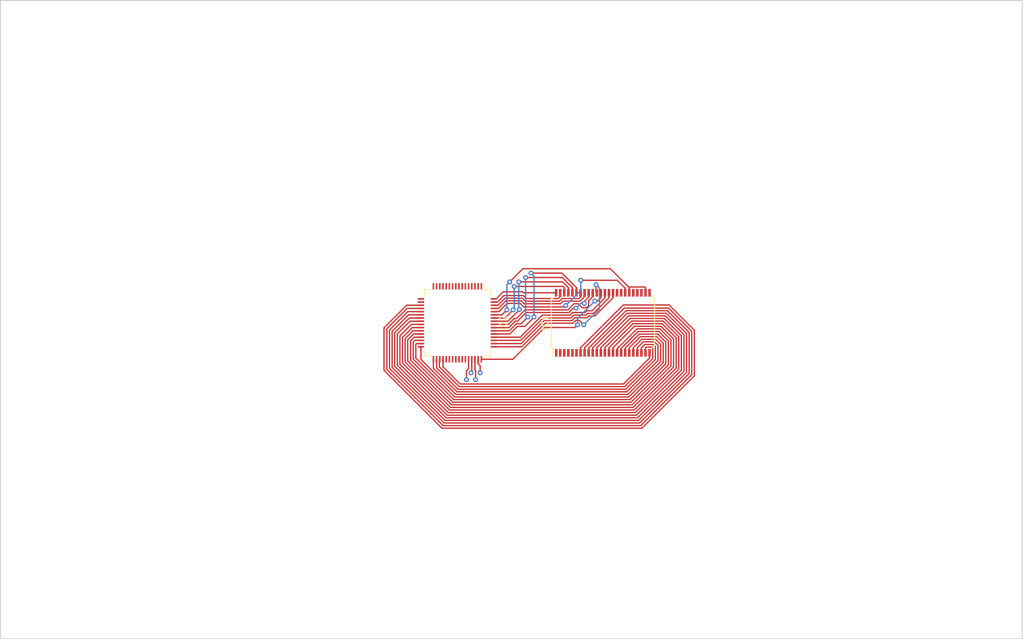
<source format=kicad_pcb>
(kicad_pcb (version 20171130) (host pcbnew 5.0.2-bee76a0~70~ubuntu18.04.1)

  (general
    (thickness 1.6)
    (drawings 8)
    (tracks 418)
    (zones 0)
    (modules 6)
    (nets 68)
  )

  (page A4)
  (layers
    (0 F.Cu signal)
    (1 In1.Cu mixed)
    (2 In2.Cu mixed)
    (31 B.Cu signal)
    (32 B.Adhes user)
    (33 F.Adhes user)
    (34 B.Paste user)
    (35 F.Paste user)
    (36 B.SilkS user)
    (37 F.SilkS user)
    (38 B.Mask user)
    (39 F.Mask user)
    (40 Dwgs.User user)
    (41 Cmts.User user)
    (42 Eco1.User user)
    (43 Eco2.User user)
    (44 Edge.Cuts user)
    (45 Margin user)
    (46 B.CrtYd user)
    (47 F.CrtYd user)
    (48 B.Fab user)
    (49 F.Fab user)
  )

  (setup
    (last_trace_width 0.2032)
    (user_trace_width 0.2032)
    (user_trace_width 0.254)
    (user_trace_width 0.3048)
    (user_trace_width 0.4064)
    (user_trace_width 0.6096)
    (user_trace_width 0.8128)
    (user_trace_width 1.2192)
    (user_trace_width 1.4224)
    (trace_clearance 0.2032)
    (zone_clearance 0.508)
    (zone_45_only no)
    (trace_min 0.2032)
    (segment_width 0.2)
    (edge_width 0.15)
    (via_size 0.762)
    (via_drill 0.381)
    (via_min_size 0.381)
    (via_min_drill 0.254)
    (user_via 0.762 0.254)
    (uvia_size 0.254)
    (uvia_drill 0.1016)
    (uvias_allowed no)
    (uvia_min_size 0.2)
    (uvia_min_drill 0.1)
    (pcb_text_width 0.3)
    (pcb_text_size 1.5 1.5)
    (mod_edge_width 0.15)
    (mod_text_size 1 1)
    (mod_text_width 0.15)
    (pad_size 1.524 1.524)
    (pad_drill 0.762)
    (pad_to_mask_clearance 0.2)
    (solder_mask_min_width 0.25)
    (aux_axis_origin 0 0)
    (grid_origin 55.08 144.93)
    (visible_elements FFFFFFFF)
    (pcbplotparams
      (layerselection 0x00030_ffffffff)
      (usegerberextensions false)
      (usegerberattributes false)
      (usegerberadvancedattributes false)
      (creategerberjobfile false)
      (excludeedgelayer true)
      (linewidth 0.100000)
      (plotframeref false)
      (viasonmask false)
      (mode 1)
      (useauxorigin false)
      (hpglpennumber 1)
      (hpglpenspeed 20)
      (hpglpendiameter 15.000000)
      (psnegative false)
      (psa4output false)
      (plotreference true)
      (plotvalue true)
      (plotinvisibletext false)
      (padsonsilk false)
      (subtractmaskfromsilk false)
      (outputformat 1)
      (mirror false)
      (drillshape 0)
      (scaleselection 1)
      (outputdirectory ""))
  )

  (net 0 "")
  (net 1 "Net-(MK1-Pad1)")
  (net 2 "Net-(MK2-Pad1)")
  (net 3 "Net-(MK3-Pad1)")
  (net 4 "Net-(MK4-Pad1)")
  (net 5 V+)
  (net 6 C12)
  (net 7 S12)
  (net 8 C11)
  (net 9 S11)
  (net 10 C10)
  (net 11 S10)
  (net 12 C9)
  (net 13 S9)
  (net 14 C8)
  (net 15 S8)
  (net 16 C7)
  (net 17 S7)
  (net 18 C6)
  (net 19 S6)
  (net 20 C5)
  (net 21 S5)
  (net 22 C4)
  (net 23 S4)
  (net 24 C3)
  (net 25 S3)
  (net 26 C2)
  (net 27 S2)
  (net 28 C1)
  (net 29 S1)
  (net 30 C0)
  (net 31 GPIO1)
  (net 32 GPIO2)
  (net 33 GPIO3)
  (net 34 V2)
  (net 35 GPIO4)
  (net 36 GPIO5)
  (net 37 VREF2)
  (net 38 VREF1)
  (net 39 DTEN)
  (net 40 VREG)
  (net 41 DRIVE)
  (net 42 WDT)
  (net 43 ISOMD)
  (net 44 ~CSB)
  (net 45 ~SCLK)
  (net 46 ~SDI)
  (net 47 ~SDO)
  (net 48 IBIAS)
  (net 49 ICMP)
  (net 50 IMB)
  (net 51 IPB)
  (net 52 C18)
  (net 53 S18)
  (net 54 C17)
  (net 55 S17)
  (net 56 C16)
  (net 57 S16)
  (net 58 C15)
  (net 59 S15)
  (net 60 C14)
  (net 61 S14)
  (net 62 C13)
  (net 63 S13)
  (net 64 GPIO6)
  (net 65 GPIO7)
  (net 66 GPIO8)
  (net 67 GPIO9)

  (net_class Default "This is the default net class."
    (clearance 0.2032)
    (trace_width 0.2032)
    (via_dia 0.762)
    (via_drill 0.381)
    (uvia_dia 0.254)
    (uvia_drill 0.1016)
    (diff_pair_gap 0.2032)
    (diff_pair_width 0.2032)
    (add_net C0)
    (add_net C1)
    (add_net C10)
    (add_net C11)
    (add_net C12)
    (add_net C13)
    (add_net C14)
    (add_net C15)
    (add_net C16)
    (add_net C17)
    (add_net C18)
    (add_net C2)
    (add_net C3)
    (add_net C4)
    (add_net C5)
    (add_net C6)
    (add_net C7)
    (add_net C8)
    (add_net C9)
    (add_net DRIVE)
    (add_net DTEN)
    (add_net GPIO1)
    (add_net GPIO2)
    (add_net GPIO3)
    (add_net GPIO4)
    (add_net GPIO5)
    (add_net GPIO6)
    (add_net GPIO7)
    (add_net GPIO8)
    (add_net GPIO9)
    (add_net IBIAS)
    (add_net ICMP)
    (add_net IMB)
    (add_net IPB)
    (add_net ISOMD)
    (add_net "Net-(MK1-Pad1)")
    (add_net "Net-(MK2-Pad1)")
    (add_net "Net-(MK3-Pad1)")
    (add_net "Net-(MK4-Pad1)")
    (add_net S1)
    (add_net S10)
    (add_net S11)
    (add_net S12)
    (add_net S13)
    (add_net S14)
    (add_net S15)
    (add_net S16)
    (add_net S17)
    (add_net S18)
    (add_net S2)
    (add_net S3)
    (add_net S4)
    (add_net S5)
    (add_net S6)
    (add_net S7)
    (add_net S8)
    (add_net S9)
    (add_net V+)
    (add_net V2)
    (add_net VREF1)
    (add_net VREF2)
    (add_net VREG)
    (add_net WDT)
    (add_net ~CSB)
    (add_net ~SCLK)
    (add_net ~SDI)
    (add_net ~SDO)
  )

  (module Mounting_Holes:MountingHole_2.7mm (layer F.Cu) (tedit 5A6CF9C5) (tstamp 597559B3)
    (at 58.6 139.45)
    (descr "Mounting Hole 2.7mm, no annular")
    (tags "mounting hole 2.7mm no annular")
    (path /5A6CFFFA)
    (fp_text reference MK3 (at 0 -3.7) (layer F.SilkS) hide
      (effects (font (size 1 1) (thickness 0.15)))
    )
    (fp_text value Mounting_Hole_PAD (at 0 3.7) (layer F.Fab) hide
      (effects (font (size 1 1) (thickness 0.15)))
    )
    (fp_circle (center 0 0) (end 2.7 0) (layer Cmts.User) (width 0.15))
    (fp_circle (center 0 0) (end 2.95 0) (layer F.CrtYd) (width 0.05))
    (pad 1 np_thru_hole circle (at 0 0) (size 2.7 2.7) (drill 2.7) (layers *.Cu *.Mask)
      (net 3 "Net-(MK3-Pad1)"))
  )

  (module Mounting_Holes:MountingHole_2.7mm (layer F.Cu) (tedit 5A6CF9B3) (tstamp 59755B13)
    (at 58.6 50.55)
    (descr "Mounting Hole 2.7mm, no annular")
    (tags "mounting hole 2.7mm no annular")
    (path /5A6CFED2)
    (fp_text reference MK1 (at 0 -3.7) (layer F.SilkS) hide
      (effects (font (size 1 1) (thickness 0.15)))
    )
    (fp_text value Mounting_Hole_PAD (at 0 3.7) (layer F.Fab) hide
      (effects (font (size 1 1) (thickness 0.15)))
    )
    (fp_circle (center 0 0) (end 2.7 0) (layer Cmts.User) (width 0.15))
    (fp_circle (center 0 0) (end 2.95 0) (layer F.CrtYd) (width 0.05))
    (pad 1 np_thru_hole circle (at 0 0) (size 2.7 2.7) (drill 2.7) (layers *.Cu *.Mask)
      (net 1 "Net-(MK1-Pad1)"))
  )

  (module Mounting_Holes:MountingHole_2.7mm (layer F.Cu) (tedit 5A6CF9D1) (tstamp 59755F5D)
    (at 212.24 139.45)
    (descr "Mounting Hole 2.7mm, no annular")
    (tags "mounting hole 2.7mm no annular")
    (path /5A6D003F)
    (fp_text reference MK4 (at 0 -3.7) (layer F.SilkS) hide
      (effects (font (size 1 1) (thickness 0.15)))
    )
    (fp_text value Mounting_Hole_PAD (at 0 3.7) (layer F.Fab) hide
      (effects (font (size 1 1) (thickness 0.15)))
    )
    (fp_circle (center 0 0) (end 2.7 0) (layer Cmts.User) (width 0.15))
    (fp_circle (center 0 0) (end 2.95 0) (layer F.CrtYd) (width 0.05))
    (pad 1 np_thru_hole circle (at 0 0) (size 2.7 2.7) (drill 2.7) (layers *.Cu *.Mask)
      (net 4 "Net-(MK4-Pad1)"))
  )

  (module Mounting_Holes:MountingHole_2.7mm (layer F.Cu) (tedit 5A6CF9BC) (tstamp 59755F56)
    (at 212.24 50.55)
    (descr "Mounting Hole 2.7mm, no annular")
    (tags "mounting hole 2.7mm no annular")
    (path /5A6CFF98)
    (fp_text reference MK2 (at 0 -3.7) (layer F.SilkS) hide
      (effects (font (size 1 1) (thickness 0.15)))
    )
    (fp_text value Mounting_Hole_PAD (at 0 3.7) (layer F.Fab) hide
      (effects (font (size 1 1) (thickness 0.15)))
    )
    (fp_circle (center 0 0) (end 2.7 0) (layer Cmts.User) (width 0.15))
    (fp_circle (center 0 0) (end 2.95 0) (layer F.CrtYd) (width 0.05))
    (pad 1 np_thru_hole circle (at 0 0) (size 2.7 2.7) (drill 2.7) (layers *.Cu *.Mask)
      (net 2 "Net-(MK2-Pad1)"))
  )

  (module Package_SO:SSOP-48_7.5x15.9mm_P0.635mm (layer F.Cu) (tedit 5A02F25C) (tstamp 5D202507)
    (at 149.314 95.5016 90)
    (descr "SSOP48: plastic shrink small outline package; 48 leads; body width 7.5 mm; (see NXP SSOP-TSSOP-VSO-REFLOW.pdf and sot370-1_po.pdf)")
    (tags "SSOP 0.635")
    (path /5D0A9B7F)
    (attr smd)
    (fp_text reference IC1 (at 0 -9 90) (layer F.SilkS)
      (effects (font (size 1 1) (thickness 0.15)))
    )
    (fp_text value LTC6811-1 (at 0 9 90) (layer F.Fab)
      (effects (font (size 1 1) (thickness 0.15)))
    )
    (fp_text user %R (at 0 0 90) (layer F.Fab)
      (effects (font (size 0.8 0.8) (thickness 0.15)))
    )
    (fp_line (start -3.875 -7.825) (end -5.3 -7.825) (layer F.SilkS) (width 0.15))
    (fp_line (start -3.875 8.075) (end 3.875 8.075) (layer F.SilkS) (width 0.15))
    (fp_line (start -3.875 -8.075) (end 3.875 -8.075) (layer F.SilkS) (width 0.15))
    (fp_line (start -3.875 8.075) (end -3.875 7.7275) (layer F.SilkS) (width 0.15))
    (fp_line (start 3.875 8.075) (end 3.875 7.7275) (layer F.SilkS) (width 0.15))
    (fp_line (start 3.875 -8.075) (end 3.875 -7.7275) (layer F.SilkS) (width 0.15))
    (fp_line (start -3.875 -8.075) (end -3.875 -7.825) (layer F.SilkS) (width 0.15))
    (fp_line (start -5.55 8.25) (end 5.55 8.25) (layer F.CrtYd) (width 0.05))
    (fp_line (start -5.55 -8.25) (end 5.55 -8.25) (layer F.CrtYd) (width 0.05))
    (fp_line (start 5.55 -8.25) (end 5.55 8.25) (layer F.CrtYd) (width 0.05))
    (fp_line (start -5.55 -8.25) (end -5.55 8.25) (layer F.CrtYd) (width 0.05))
    (fp_line (start -3.75 -6.95) (end -2.75 -7.95) (layer F.Fab) (width 0.15))
    (fp_line (start -3.75 7.95) (end -3.75 -6.95) (layer F.Fab) (width 0.15))
    (fp_line (start 3.75 7.95) (end -3.75 7.95) (layer F.Fab) (width 0.15))
    (fp_line (start 3.75 -7.95) (end 3.75 7.95) (layer F.Fab) (width 0.15))
    (fp_line (start -2.75 -7.95) (end 3.75 -7.95) (layer F.Fab) (width 0.15))
    (pad 48 smd rect (at 4.7 -7.3025 90) (size 1.2 0.4) (layers F.Cu F.Paste F.Mask)
      (net 51 IPB))
    (pad 47 smd rect (at 4.7 -6.6675 90) (size 1.2 0.4) (layers F.Cu F.Paste F.Mask)
      (net 50 IMB))
    (pad 46 smd rect (at 4.7 -6.0325 90) (size 1.2 0.4) (layers F.Cu F.Paste F.Mask)
      (net 49 ICMP))
    (pad 45 smd rect (at 4.7 -5.3975 90) (size 1.2 0.4) (layers F.Cu F.Paste F.Mask)
      (net 48 IBIAS))
    (pad 44 smd rect (at 4.7 -4.7625 90) (size 1.2 0.4) (layers F.Cu F.Paste F.Mask)
      (net 47 ~SDO))
    (pad 43 smd rect (at 4.7 -4.1275 90) (size 1.2 0.4) (layers F.Cu F.Paste F.Mask)
      (net 46 ~SDI))
    (pad 42 smd rect (at 4.7 -3.4925 90) (size 1.2 0.4) (layers F.Cu F.Paste F.Mask)
      (net 45 ~SCLK))
    (pad 41 smd rect (at 4.7 -2.8575 90) (size 1.2 0.4) (layers F.Cu F.Paste F.Mask)
      (net 44 ~CSB))
    (pad 40 smd rect (at 4.7 -2.2225 90) (size 1.2 0.4) (layers F.Cu F.Paste F.Mask)
      (net 43 ISOMD))
    (pad 39 smd rect (at 4.7 -1.5875 90) (size 1.2 0.4) (layers F.Cu F.Paste F.Mask)
      (net 42 WDT))
    (pad 38 smd rect (at 4.7 -0.9525 90) (size 1.2 0.4) (layers F.Cu F.Paste F.Mask)
      (net 41 DRIVE))
    (pad 37 smd rect (at 4.7 -0.3175 90) (size 1.2 0.4) (layers F.Cu F.Paste F.Mask)
      (net 40 VREG))
    (pad 36 smd rect (at 4.7 0.3175 90) (size 1.2 0.4) (layers F.Cu F.Paste F.Mask)
      (net 39 DTEN))
    (pad 35 smd rect (at 4.7 0.9525 90) (size 1.2 0.4) (layers F.Cu F.Paste F.Mask)
      (net 38 VREF1))
    (pad 34 smd rect (at 4.7 1.5875 90) (size 1.2 0.4) (layers F.Cu F.Paste F.Mask)
      (net 37 VREF2))
    (pad 33 smd rect (at 4.7 2.2225 90) (size 1.2 0.4) (layers F.Cu F.Paste F.Mask)
      (net 36 GPIO5))
    (pad 32 smd rect (at 4.7 2.8575 90) (size 1.2 0.4) (layers F.Cu F.Paste F.Mask)
      (net 35 GPIO4))
    (pad 31 smd rect (at 4.7 3.4925 90) (size 1.2 0.4) (layers F.Cu F.Paste F.Mask)
      (net 34 V2))
    (pad 30 smd rect (at 4.7 4.1275 90) (size 1.2 0.4) (layers F.Cu F.Paste F.Mask)
      (net 30 C0))
    (pad 29 smd rect (at 4.7 4.7625 90) (size 1.2 0.4) (layers F.Cu F.Paste F.Mask)
      (net 33 GPIO3))
    (pad 28 smd rect (at 4.7 5.3975 90) (size 1.2 0.4) (layers F.Cu F.Paste F.Mask)
      (net 32 GPIO2))
    (pad 27 smd rect (at 4.7 6.0325 90) (size 1.2 0.4) (layers F.Cu F.Paste F.Mask)
      (net 31 GPIO1))
    (pad 26 smd rect (at 4.7 6.6675 90) (size 1.2 0.4) (layers F.Cu F.Paste F.Mask)
      (net 30 C0))
    (pad 25 smd rect (at 4.7 7.3025 90) (size 1.2 0.4) (layers F.Cu F.Paste F.Mask)
      (net 29 S1))
    (pad 24 smd rect (at -4.7 7.3025 90) (size 1.2 0.4) (layers F.Cu F.Paste F.Mask)
      (net 28 C1))
    (pad 23 smd rect (at -4.7 6.6675 90) (size 1.2 0.4) (layers F.Cu F.Paste F.Mask)
      (net 27 S2))
    (pad 22 smd rect (at -4.7 6.0325 90) (size 1.2 0.4) (layers F.Cu F.Paste F.Mask)
      (net 26 C2))
    (pad 21 smd rect (at -4.7 5.3975 90) (size 1.2 0.4) (layers F.Cu F.Paste F.Mask)
      (net 25 S3))
    (pad 20 smd rect (at -4.7 4.7625 90) (size 1.2 0.4) (layers F.Cu F.Paste F.Mask)
      (net 24 C3))
    (pad 19 smd rect (at -4.7 4.1275 90) (size 1.2 0.4) (layers F.Cu F.Paste F.Mask)
      (net 23 S4))
    (pad 18 smd rect (at -4.7 3.4925 90) (size 1.2 0.4) (layers F.Cu F.Paste F.Mask)
      (net 22 C4))
    (pad 17 smd rect (at -4.7 2.8575 90) (size 1.2 0.4) (layers F.Cu F.Paste F.Mask)
      (net 21 S5))
    (pad 16 smd rect (at -4.7 2.2225 90) (size 1.2 0.4) (layers F.Cu F.Paste F.Mask)
      (net 20 C5))
    (pad 15 smd rect (at -4.7 1.5875 90) (size 1.2 0.4) (layers F.Cu F.Paste F.Mask)
      (net 19 S6))
    (pad 14 smd rect (at -4.7 0.9525 90) (size 1.2 0.4) (layers F.Cu F.Paste F.Mask)
      (net 18 C6))
    (pad 13 smd rect (at -4.7 0.3175 90) (size 1.2 0.4) (layers F.Cu F.Paste F.Mask)
      (net 17 S7))
    (pad 12 smd rect (at -4.7 -0.3175 90) (size 1.2 0.4) (layers F.Cu F.Paste F.Mask)
      (net 16 C7))
    (pad 11 smd rect (at -4.7 -0.9525 90) (size 1.2 0.4) (layers F.Cu F.Paste F.Mask)
      (net 15 S8))
    (pad 10 smd rect (at -4.7 -1.5875 90) (size 1.2 0.4) (layers F.Cu F.Paste F.Mask)
      (net 14 C8))
    (pad 9 smd rect (at -4.7 -2.2225 90) (size 1.2 0.4) (layers F.Cu F.Paste F.Mask)
      (net 13 S9))
    (pad 8 smd rect (at -4.7 -2.8575 90) (size 1.2 0.4) (layers F.Cu F.Paste F.Mask)
      (net 12 C9))
    (pad 7 smd rect (at -4.7 -3.4925 90) (size 1.2 0.4) (layers F.Cu F.Paste F.Mask)
      (net 11 S10))
    (pad 6 smd rect (at -4.7 -4.1275 90) (size 1.2 0.4) (layers F.Cu F.Paste F.Mask)
      (net 10 C10))
    (pad 5 smd rect (at -4.7 -4.7625 90) (size 1.2 0.4) (layers F.Cu F.Paste F.Mask)
      (net 9 S11))
    (pad 4 smd rect (at -4.7 -5.3975 90) (size 1.2 0.4) (layers F.Cu F.Paste F.Mask)
      (net 8 C11))
    (pad 3 smd rect (at -4.7 -6.0325 90) (size 1.2 0.4) (layers F.Cu F.Paste F.Mask)
      (net 7 S12))
    (pad 2 smd rect (at -4.7 -6.6675 90) (size 1.2 0.4) (layers F.Cu F.Paste F.Mask)
      (net 6 C12))
    (pad 1 smd rect (at -4.7 -7.3025 90) (size 1.2 0.4) (layers F.Cu F.Paste F.Mask)
      (net 5 V+))
    (model ${KISYS3DMOD}/Package_SO.3dshapes/SSOP-48_7.5x15.9mm_P0.635mm.wrl
      (at (xyz 0 0 0))
      (scale (xyz 1 1 1))
      (rotate (xyz 0 0 0))
    )
  )

  (module Package_QFP:LQFP-64_10x10mm_P0.5mm (layer F.Cu) (tedit 5A02F146) (tstamp 5D201502)
    (at 126.5556 95.5016 270)
    (descr "64 LEAD LQFP 10x10mm (see MICREL LQFP10x10-64LD-PL-1.pdf)")
    (tags "QFP 0.5")
    (path /5D0A9E69)
    (attr smd)
    (fp_text reference IC2 (at 0 -7.2 270) (layer F.SilkS)
      (effects (font (size 1 1) (thickness 0.15)))
    )
    (fp_text value LTC6813ILWE-1#3ZZPBF (at 0 7.2 270) (layer F.Fab)
      (effects (font (size 1 1) (thickness 0.15)))
    )
    (fp_text user %R (at 0 0 270) (layer F.Fab)
      (effects (font (size 1 1) (thickness 0.15)))
    )
    (fp_line (start -4 -5) (end 5 -5) (layer F.Fab) (width 0.15))
    (fp_line (start 5 -5) (end 5 5) (layer F.Fab) (width 0.15))
    (fp_line (start 5 5) (end -5 5) (layer F.Fab) (width 0.15))
    (fp_line (start -5 5) (end -5 -4) (layer F.Fab) (width 0.15))
    (fp_line (start -5 -4) (end -4 -5) (layer F.Fab) (width 0.15))
    (fp_line (start -6.45 -6.45) (end -6.45 6.45) (layer F.CrtYd) (width 0.05))
    (fp_line (start 6.45 -6.45) (end 6.45 6.45) (layer F.CrtYd) (width 0.05))
    (fp_line (start -6.45 -6.45) (end 6.45 -6.45) (layer F.CrtYd) (width 0.05))
    (fp_line (start -6.45 6.45) (end 6.45 6.45) (layer F.CrtYd) (width 0.05))
    (fp_line (start -5.175 -5.175) (end -5.175 -4.175) (layer F.SilkS) (width 0.15))
    (fp_line (start 5.175 -5.175) (end 5.175 -4.1) (layer F.SilkS) (width 0.15))
    (fp_line (start 5.175 5.175) (end 5.175 4.1) (layer F.SilkS) (width 0.15))
    (fp_line (start -5.175 5.175) (end -5.175 4.1) (layer F.SilkS) (width 0.15))
    (fp_line (start -5.175 -5.175) (end -4.1 -5.175) (layer F.SilkS) (width 0.15))
    (fp_line (start -5.175 5.175) (end -4.1 5.175) (layer F.SilkS) (width 0.15))
    (fp_line (start 5.175 5.175) (end 4.1 5.175) (layer F.SilkS) (width 0.15))
    (fp_line (start 5.175 -5.175) (end 4.1 -5.175) (layer F.SilkS) (width 0.15))
    (fp_line (start -5.175 -4.175) (end -6.2 -4.175) (layer F.SilkS) (width 0.15))
    (pad 1 smd rect (at -5.7 -3.75 270) (size 1 0.25) (layers F.Cu F.Paste F.Mask)
      (net 5 V+))
    (pad 2 smd rect (at -5.7 -3.25 270) (size 1 0.25) (layers F.Cu F.Paste F.Mask)
      (net 52 C18))
    (pad 3 smd rect (at -5.7 -2.75 270) (size 1 0.25) (layers F.Cu F.Paste F.Mask)
      (net 53 S18))
    (pad 4 smd rect (at -5.7 -2.25 270) (size 1 0.25) (layers F.Cu F.Paste F.Mask)
      (net 54 C17))
    (pad 5 smd rect (at -5.7 -1.75 270) (size 1 0.25) (layers F.Cu F.Paste F.Mask)
      (net 55 S17))
    (pad 6 smd rect (at -5.7 -1.25 270) (size 1 0.25) (layers F.Cu F.Paste F.Mask)
      (net 56 C16))
    (pad 7 smd rect (at -5.7 -0.75 270) (size 1 0.25) (layers F.Cu F.Paste F.Mask)
      (net 57 S16))
    (pad 8 smd rect (at -5.7 -0.25 270) (size 1 0.25) (layers F.Cu F.Paste F.Mask)
      (net 58 C15))
    (pad 9 smd rect (at -5.7 0.25 270) (size 1 0.25) (layers F.Cu F.Paste F.Mask)
      (net 59 S15))
    (pad 10 smd rect (at -5.7 0.75 270) (size 1 0.25) (layers F.Cu F.Paste F.Mask)
      (net 60 C14))
    (pad 11 smd rect (at -5.7 1.25 270) (size 1 0.25) (layers F.Cu F.Paste F.Mask)
      (net 61 S14))
    (pad 12 smd rect (at -5.7 1.75 270) (size 1 0.25) (layers F.Cu F.Paste F.Mask)
      (net 62 C13))
    (pad 13 smd rect (at -5.7 2.25 270) (size 1 0.25) (layers F.Cu F.Paste F.Mask)
      (net 63 S13))
    (pad 14 smd rect (at -5.7 2.75 270) (size 1 0.25) (layers F.Cu F.Paste F.Mask)
      (net 6 C12))
    (pad 15 smd rect (at -5.7 3.25 270) (size 1 0.25) (layers F.Cu F.Paste F.Mask)
      (net 7 S12))
    (pad 16 smd rect (at -5.7 3.75 270) (size 1 0.25) (layers F.Cu F.Paste F.Mask)
      (net 8 C11))
    (pad 17 smd rect (at -3.75 5.7) (size 1 0.25) (layers F.Cu F.Paste F.Mask)
      (net 9 S11))
    (pad 18 smd rect (at -3.25 5.7) (size 1 0.25) (layers F.Cu F.Paste F.Mask)
      (net 10 C10))
    (pad 19 smd rect (at -2.75 5.7) (size 1 0.25) (layers F.Cu F.Paste F.Mask)
      (net 11 S10))
    (pad 20 smd rect (at -2.25 5.7) (size 1 0.25) (layers F.Cu F.Paste F.Mask)
      (net 12 C9))
    (pad 21 smd rect (at -1.75 5.7) (size 1 0.25) (layers F.Cu F.Paste F.Mask)
      (net 13 S9))
    (pad 22 smd rect (at -1.25 5.7) (size 1 0.25) (layers F.Cu F.Paste F.Mask)
      (net 14 C8))
    (pad 23 smd rect (at -0.75 5.7) (size 1 0.25) (layers F.Cu F.Paste F.Mask)
      (net 15 S8))
    (pad 24 smd rect (at -0.25 5.7) (size 1 0.25) (layers F.Cu F.Paste F.Mask)
      (net 16 C7))
    (pad 25 smd rect (at 0.25 5.7) (size 1 0.25) (layers F.Cu F.Paste F.Mask)
      (net 17 S7))
    (pad 26 smd rect (at 0.75 5.7) (size 1 0.25) (layers F.Cu F.Paste F.Mask)
      (net 18 C6))
    (pad 27 smd rect (at 1.25 5.7) (size 1 0.25) (layers F.Cu F.Paste F.Mask)
      (net 19 S6))
    (pad 28 smd rect (at 1.75 5.7) (size 1 0.25) (layers F.Cu F.Paste F.Mask)
      (net 20 C5))
    (pad 29 smd rect (at 2.25 5.7) (size 1 0.25) (layers F.Cu F.Paste F.Mask)
      (net 21 S5))
    (pad 30 smd rect (at 2.75 5.7) (size 1 0.25) (layers F.Cu F.Paste F.Mask)
      (net 22 C4))
    (pad 31 smd rect (at 3.25 5.7) (size 1 0.25) (layers F.Cu F.Paste F.Mask)
      (net 23 S4))
    (pad 32 smd rect (at 3.75 5.7) (size 1 0.25) (layers F.Cu F.Paste F.Mask)
      (net 24 C3))
    (pad 33 smd rect (at 5.7 3.75 270) (size 1 0.25) (layers F.Cu F.Paste F.Mask)
      (net 25 S3))
    (pad 34 smd rect (at 5.7 3.25 270) (size 1 0.25) (layers F.Cu F.Paste F.Mask)
      (net 26 C2))
    (pad 35 smd rect (at 5.7 2.75 270) (size 1 0.25) (layers F.Cu F.Paste F.Mask)
      (net 27 S2))
    (pad 36 smd rect (at 5.7 2.25 270) (size 1 0.25) (layers F.Cu F.Paste F.Mask)
      (net 28 C1))
    (pad 37 smd rect (at 5.7 1.75 270) (size 1 0.25) (layers F.Cu F.Paste F.Mask)
      (net 29 S1))
    (pad 38 smd rect (at 5.7 1.25 270) (size 1 0.25) (layers F.Cu F.Paste F.Mask)
      (net 30 C0))
    (pad 39 smd rect (at 5.7 0.75 270) (size 1 0.25) (layers F.Cu F.Paste F.Mask)
      (net 31 GPIO1))
    (pad 40 smd rect (at 5.7 0.25 270) (size 1 0.25) (layers F.Cu F.Paste F.Mask)
      (net 32 GPIO2))
    (pad 41 smd rect (at 5.7 -0.25 270) (size 1 0.25) (layers F.Cu F.Paste F.Mask)
      (net 33 GPIO3))
    (pad 42 smd rect (at 5.7 -0.75 270) (size 1 0.25) (layers F.Cu F.Paste F.Mask)
      (net 35 GPIO4))
    (pad 43 smd rect (at 5.7 -1.25 270) (size 1 0.25) (layers F.Cu F.Paste F.Mask)
      (net 36 GPIO5))
    (pad 44 smd rect (at 5.7 -1.75 270) (size 1 0.25) (layers F.Cu F.Paste F.Mask)
      (net 64 GPIO6))
    (pad 45 smd rect (at 5.7 -2.25 270) (size 1 0.25) (layers F.Cu F.Paste F.Mask)
      (net 65 GPIO7))
    (pad 46 smd rect (at 5.7 -2.75 270) (size 1 0.25) (layers F.Cu F.Paste F.Mask)
      (net 66 GPIO8))
    (pad 47 smd rect (at 5.7 -3.25 270) (size 1 0.25) (layers F.Cu F.Paste F.Mask)
      (net 67 GPIO9))
    (pad 48 smd rect (at 5.7 -3.75 270) (size 1 0.25) (layers F.Cu F.Paste F.Mask)
      (net 40 VREG))
    (pad 49 smd rect (at 3.75 -5.7) (size 1 0.25) (layers F.Cu F.Paste F.Mask)
      (net 41 DRIVE))
    (pad 50 smd rect (at 3.25 -5.7) (size 1 0.25) (layers F.Cu F.Paste F.Mask)
      (net 37 VREF2))
    (pad 51 smd rect (at 2.75 -5.7) (size 1 0.25) (layers F.Cu F.Paste F.Mask)
      (net 38 VREF1))
    (pad 52 smd rect (at 2.25 -5.7) (size 1 0.25) (layers F.Cu F.Paste F.Mask)
      (net 39 DTEN))
    (pad 53 smd rect (at 1.75 -5.7) (size 1 0.25) (layers F.Cu F.Paste F.Mask)
      (net 46 ~SDI))
    (pad 54 smd rect (at 1.25 -5.7) (size 1 0.25) (layers F.Cu F.Paste F.Mask)
      (net 47 ~SDO))
    (pad 55 smd rect (at 0.75 -5.7) (size 1 0.25) (layers F.Cu F.Paste F.Mask)
      (net 43 ISOMD))
    (pad 56 smd rect (at 0.25 -5.7) (size 1 0.25) (layers F.Cu F.Paste F.Mask)
      (net 42 WDT))
    (pad 57 smd rect (at -0.25 -5.7) (size 1 0.25) (layers F.Cu F.Paste F.Mask)
      (net 48 IBIAS))
    (pad 58 smd rect (at -0.75 -5.7) (size 1 0.25) (layers F.Cu F.Paste F.Mask)
      (net 49 ICMP))
    (pad 59 smd rect (at -1.25 -5.7) (size 1 0.25) (layers F.Cu F.Paste F.Mask)
      (net 30 C0))
    (pad 60 smd rect (at -1.75 -5.7) (size 1 0.25) (layers F.Cu F.Paste F.Mask)
      (net 34 V2))
    (pad 61 smd rect (at -2.25 -5.7) (size 1 0.25) (layers F.Cu F.Paste F.Mask)
      (net 44 ~CSB))
    (pad 62 smd rect (at -2.75 -5.7) (size 1 0.25) (layers F.Cu F.Paste F.Mask)
      (net 45 ~SCLK))
    (pad 63 smd rect (at -3.25 -5.7) (size 1 0.25) (layers F.Cu F.Paste F.Mask)
      (net 50 IMB))
    (pad 64 smd rect (at -3.75 -5.7) (size 1 0.25) (layers F.Cu F.Paste F.Mask)
      (net 51 IPB))
    (model ${KISYS3DMOD}/Package_QFP.3dshapes/LQFP-64_10x10mm_P0.5mm.wrl
      (at (xyz 0 0 0))
      (scale (xyz 1 1 1))
      (rotate (xyz 0 0 0))
    )
  )

  (gr_line (start 214.9 47.5) (end 55.1 47.5) (angle 90) (layer F.CrtYd) (width 0.2))
  (gr_line (start 55.1 47.5) (end 214.9 47.5) (angle 90) (layer B.CrtYd) (width 0.2))
  (gr_line (start 55.1 142.5) (end 214.9 142.5) (angle 90) (layer B.CrtYd) (width 0.2) (tstamp 59795C8A))
  (gr_line (start 55.1 142.5) (end 214.9 142.5) (angle 90) (layer F.CrtYd) (width 0.2))
  (gr_line (start 55.075 144.925) (end 214.925 144.925) (angle 90) (layer Edge.Cuts) (width 0.15))
  (gr_line (start 55.075 45.075) (end 55.075 144.925) (angle 90) (layer Edge.Cuts) (width 0.15))
  (gr_line (start 214.925 45.075) (end 55.075 45.075) (angle 90) (layer Edge.Cuts) (width 0.15))
  (gr_line (start 214.925 144.925) (end 214.925 45.075) (angle 90) (layer Edge.Cuts) (width 0.15))

  (segment (start 120.1524 92.7516) (end 120.8556 92.7516) (width 0.2032) (layer F.Cu) (net 11))
  (segment (start 118.62165 92.7516) (end 120.1524 92.7516) (width 0.2032) (layer F.Cu) (net 11))
  (segment (start 124.125604 111.986354) (end 115.0748 102.93555) (width 0.2032) (layer F.Cu) (net 11))
  (segment (start 155.435245 111.986355) (end 124.125604 111.986354) (width 0.2032) (layer F.Cu) (net 11))
  (segment (start 145.8215 99.3984) (end 152.5123 92.7076) (width 0.2032) (layer F.Cu) (net 11))
  (segment (start 159.667117 92.7076) (end 163.623846 96.664329) (width 0.2032) (layer F.Cu) (net 11))
  (segment (start 115.0748 102.93555) (end 115.0748 96.29845) (width 0.2032) (layer F.Cu) (net 11))
  (segment (start 145.8215 100.2016) (end 145.8215 99.3984) (width 0.2032) (layer F.Cu) (net 11))
  (segment (start 115.0748 96.29845) (end 118.62165 92.7516) (width 0.2032) (layer F.Cu) (net 11))
  (segment (start 152.5123 92.7076) (end 159.667117 92.7076) (width 0.2032) (layer F.Cu) (net 11))
  (segment (start 163.623846 96.664329) (end 163.623846 103.797754) (width 0.2032) (layer F.Cu) (net 11))
  (segment (start 163.623846 103.797754) (end 155.435245 111.986355) (width 0.2032) (layer F.Cu) (net 11))
  (segment (start 118.6964 93.2516) (end 120.8556 93.2516) (width 0.2032) (layer F.Cu) (net 12))
  (segment (start 115.53192 96.41608) (end 118.6964 93.2516) (width 0.2032) (layer F.Cu) (net 12))
  (segment (start 115.53192 102.81792) (end 115.53192 96.41608) (width 0.2032) (layer F.Cu) (net 12))
  (segment (start 124.293945 111.579945) (end 115.53192 102.81792) (width 0.2032) (layer F.Cu) (net 12))
  (segment (start 155.237324 111.579946) (end 124.293945 111.579945) (width 0.2032) (layer F.Cu) (net 12))
  (segment (start 146.4565 99.3984) (end 152.654241 93.200665) (width 0.2032) (layer F.Cu) (net 12))
  (segment (start 163.217437 96.832668) (end 163.217427 103.599864) (width 0.2032) (layer F.Cu) (net 12))
  (segment (start 152.654241 93.200665) (end 159.585444 93.200666) (width 0.2032) (layer F.Cu) (net 12))
  (segment (start 159.585444 93.200666) (end 163.217437 96.832668) (width 0.2032) (layer F.Cu) (net 12))
  (segment (start 146.4565 100.2016) (end 146.4565 99.3984) (width 0.2032) (layer F.Cu) (net 12))
  (segment (start 163.217427 103.599864) (end 155.237324 111.579946) (width 0.2032) (layer F.Cu) (net 12))
  (segment (start 115.93833 102.64958) (end 115.93833 96.61927) (width 0.2032) (layer F.Cu) (net 13))
  (segment (start 124.462286 111.173536) (end 115.93833 102.64958) (width 0.2032) (layer F.Cu) (net 13))
  (segment (start 155.068985 111.173537) (end 124.462286 111.173536) (width 0.2032) (layer F.Cu) (net 13))
  (segment (start 147.0915 100.2016) (end 147.0915 99.458652) (width 0.2032) (layer F.Cu) (net 13))
  (segment (start 147.0915 99.458652) (end 152.943081 93.607071) (width 0.2032) (layer F.Cu) (net 13))
  (segment (start 152.943081 93.607071) (end 159.417103 93.607074) (width 0.2032) (layer F.Cu) (net 13))
  (segment (start 159.417103 93.607074) (end 162.811028 97.001007) (width 0.2032) (layer F.Cu) (net 13))
  (segment (start 162.811019 103.431523) (end 155.068985 111.173537) (width 0.2032) (layer F.Cu) (net 13))
  (segment (start 162.811028 97.001007) (end 162.811019 103.431523) (width 0.2032) (layer F.Cu) (net 13))
  (segment (start 118.806 93.7516) (end 120.8556 93.7516) (width 0.2032) (layer F.Cu) (net 13))
  (segment (start 115.93833 96.61927) (end 118.806 93.7516) (width 0.2032) (layer F.Cu) (net 13))
  (segment (start 154.900646 110.767128) (end 124.630627 110.767127) (width 0.2032) (layer F.Cu) (net 14))
  (segment (start 124.630627 110.767127) (end 116.34474 102.48124) (width 0.2032) (layer F.Cu) (net 14))
  (segment (start 147.7265 99.3984) (end 153.11142 94.01348) (width 0.2032) (layer F.Cu) (net 14))
  (segment (start 153.11142 94.01348) (end 159.248762 94.013482) (width 0.2032) (layer F.Cu) (net 14))
  (segment (start 162.404619 97.169346) (end 162.404611 103.263182) (width 0.2032) (layer F.Cu) (net 14))
  (segment (start 147.7265 100.2016) (end 147.7265 99.3984) (width 0.2032) (layer F.Cu) (net 14))
  (segment (start 159.248762 94.013482) (end 162.404619 97.169346) (width 0.2032) (layer F.Cu) (net 14))
  (segment (start 116.34474 102.48124) (end 116.34474 96.82246) (width 0.2032) (layer F.Cu) (net 14))
  (segment (start 162.404611 103.263182) (end 154.900646 110.767128) (width 0.2032) (layer F.Cu) (net 14))
  (segment (start 118.9156 94.2516) (end 120.8556 94.2516) (width 0.2032) (layer F.Cu) (net 14))
  (segment (start 116.34474 96.82246) (end 118.9156 94.2516) (width 0.2032) (layer F.Cu) (net 14))
  (segment (start 116.75115 102.3129) (end 116.75115 97.02565) (width 0.2032) (layer F.Cu) (net 15))
  (segment (start 148.3615 99.3984) (end 153.340011 94.419889) (width 0.2032) (layer F.Cu) (net 15))
  (segment (start 153.340011 94.419889) (end 159.080421 94.41989) (width 0.2032) (layer F.Cu) (net 15))
  (segment (start 124.798968 110.360718) (end 116.75115 102.3129) (width 0.2032) (layer F.Cu) (net 15))
  (segment (start 161.99821 97.337685) (end 161.998203 103.094841) (width 0.2032) (layer F.Cu) (net 15))
  (segment (start 148.3615 100.2016) (end 148.3615 99.3984) (width 0.2032) (layer F.Cu) (net 15))
  (segment (start 154.732307 110.360719) (end 124.798968 110.360718) (width 0.2032) (layer F.Cu) (net 15))
  (segment (start 159.080421 94.41989) (end 161.99821 97.337685) (width 0.2032) (layer F.Cu) (net 15))
  (segment (start 161.998203 103.094841) (end 154.732307 110.360719) (width 0.2032) (layer F.Cu) (net 15))
  (segment (start 120.1524 94.7516) (end 120.8556 94.7516) (width 0.2032) (layer F.Cu) (net 15))
  (segment (start 119.06005 94.7516) (end 120.1524 94.7516) (width 0.2032) (layer F.Cu) (net 15))
  (segment (start 118.71645 95.0952) (end 119.06005 94.7516) (width 0.2032) (layer F.Cu) (net 15))
  (segment (start 118.6816 95.0952) (end 118.71645 95.0952) (width 0.2032) (layer F.Cu) (net 15))
  (segment (start 116.75115 97.02565) (end 118.6816 95.0952) (width 0.2032) (layer F.Cu) (net 15))
  (segment (start 117.15756 102.14456) (end 117.15756 97.22884) (width 0.2032) (layer F.Cu) (net 16))
  (segment (start 124.967309 109.954309) (end 117.15756 102.14456) (width 0.2032) (layer F.Cu) (net 16))
  (segment (start 154.563968 109.95431) (end 124.967309 109.954309) (width 0.2032) (layer F.Cu) (net 16))
  (segment (start 148.9965 99.3984) (end 153.568601 94.826299) (width 0.2032) (layer F.Cu) (net 16))
  (segment (start 148.9965 100.2016) (end 148.9965 99.3984) (width 0.2032) (layer F.Cu) (net 16))
  (segment (start 161.591801 97.506024) (end 161.591795 102.9265) (width 0.2032) (layer F.Cu) (net 16))
  (segment (start 153.568601 94.826299) (end 158.91208 94.826299) (width 0.2032) (layer F.Cu) (net 16))
  (segment (start 161.591795 102.9265) (end 154.563968 109.95431) (width 0.2032) (layer F.Cu) (net 16))
  (segment (start 158.91208 94.826299) (end 161.591801 97.506024) (width 0.2032) (layer F.Cu) (net 16))
  (segment (start 119.1348 95.2516) (end 120.8556 95.2516) (width 0.2032) (layer F.Cu) (net 16))
  (segment (start 117.15756 97.22884) (end 119.1348 95.2516) (width 0.2032) (layer F.Cu) (net 16))
  (segment (start 125.13565 109.5479) (end 117.56397 101.97622) (width 0.2032) (layer F.Cu) (net 17))
  (segment (start 154.395629 109.547901) (end 125.13565 109.5479) (width 0.2032) (layer F.Cu) (net 17))
  (segment (start 149.6315 99.3984) (end 153.797193 95.232707) (width 0.2032) (layer F.Cu) (net 17))
  (segment (start 153.797193 95.232707) (end 158.743739 95.232708) (width 0.2032) (layer F.Cu) (net 17))
  (segment (start 158.743739 95.232708) (end 161.185392 97.674363) (width 0.2032) (layer F.Cu) (net 17))
  (segment (start 117.56397 101.97622) (end 117.56397 97.53363) (width 0.2032) (layer F.Cu) (net 17))
  (segment (start 149.6315 100.2016) (end 149.6315 99.3984) (width 0.2032) (layer F.Cu) (net 17))
  (segment (start 161.185387 102.758159) (end 154.395629 109.547901) (width 0.2032) (layer F.Cu) (net 17))
  (segment (start 161.185392 97.674363) (end 161.185387 102.758159) (width 0.2032) (layer F.Cu) (net 17))
  (segment (start 119.346 95.7516) (end 120.8556 95.7516) (width 0.2032) (layer F.Cu) (net 17))
  (segment (start 117.56397 97.53363) (end 119.346 95.7516) (width 0.2032) (layer F.Cu) (net 17))
  (segment (start 117.97038 101.80788) (end 117.97038 97.78762) (width 0.2032) (layer F.Cu) (net 18))
  (segment (start 125.303991 109.141491) (end 117.97038 101.80788) (width 0.2032) (layer F.Cu) (net 18))
  (segment (start 154.22729 109.141492) (end 125.303991 109.141491) (width 0.2032) (layer F.Cu) (net 18))
  (segment (start 150.2665 99.3984) (end 154.025783 95.639117) (width 0.2032) (layer F.Cu) (net 18))
  (segment (start 150.2665 100.2016) (end 150.2665 99.3984) (width 0.2032) (layer F.Cu) (net 18))
  (segment (start 154.025783 95.639117) (end 158.575398 95.639117) (width 0.2032) (layer F.Cu) (net 18))
  (segment (start 158.575398 95.639117) (end 160.778983 97.842702) (width 0.2032) (layer F.Cu) (net 18))
  (segment (start 160.778983 97.842702) (end 160.778979 102.589818) (width 0.2032) (layer F.Cu) (net 18))
  (segment (start 160.778979 102.589818) (end 154.22729 109.141492) (width 0.2032) (layer F.Cu) (net 18))
  (segment (start 119.5064 96.2516) (end 120.8556 96.2516) (width 0.2032) (layer F.Cu) (net 18))
  (segment (start 117.97038 97.78762) (end 119.5064 96.2516) (width 0.2032) (layer F.Cu) (net 18))
  (segment (start 125.472332 108.735082) (end 118.37679 101.63954) (width 0.2032) (layer F.Cu) (net 19))
  (segment (start 154.058951 108.735083) (end 125.472332 108.735082) (width 0.2032) (layer F.Cu) (net 19))
  (segment (start 150.9015 99.3984) (end 154.254374 96.045526) (width 0.2032) (layer F.Cu) (net 19))
  (segment (start 150.9015 100.2016) (end 150.9015 99.3984) (width 0.2032) (layer F.Cu) (net 19))
  (segment (start 118.37679 101.63954) (end 118.37679 97.99081) (width 0.2032) (layer F.Cu) (net 19))
  (segment (start 154.254374 96.045526) (end 158.407059 96.045526) (width 0.2032) (layer F.Cu) (net 19))
  (segment (start 158.407059 96.045526) (end 160.372574 98.011041) (width 0.2032) (layer F.Cu) (net 19))
  (segment (start 160.372574 98.011041) (end 160.372571 102.421477) (width 0.2032) (layer F.Cu) (net 19))
  (segment (start 160.372571 102.421477) (end 154.058951 108.735083) (width 0.2032) (layer F.Cu) (net 19))
  (segment (start 119.616 96.7516) (end 120.8556 96.7516) (width 0.2032) (layer F.Cu) (net 19))
  (segment (start 118.37679 97.99081) (end 119.616 96.7516) (width 0.2032) (layer F.Cu) (net 19))
  (segment (start 118.7832 98.17805) (end 119.70965 97.2516) (width 0.2032) (layer F.Cu) (net 20))
  (segment (start 125.640673 108.328673) (end 118.7832 101.4712) (width 0.2032) (layer F.Cu) (net 20))
  (segment (start 118.7832 101.4712) (end 118.7832 98.17805) (width 0.2032) (layer F.Cu) (net 20))
  (segment (start 153.890612 108.328674) (end 125.640673 108.328673) (width 0.2032) (layer F.Cu) (net 20))
  (segment (start 119.70965 97.2516) (end 120.1524 97.2516) (width 0.2032) (layer F.Cu) (net 20))
  (segment (start 159.966163 102.253136) (end 153.890612 108.328674) (width 0.2032) (layer F.Cu) (net 20))
  (segment (start 151.818001 99.296799) (end 154.662863 96.451937) (width 0.2032) (layer F.Cu) (net 20))
  (segment (start 151.5365 100.2016) (end 151.5365 99.6291) (width 0.2032) (layer F.Cu) (net 20))
  (segment (start 154.713663 96.451937) (end 154.713665 96.451935) (width 0.2032) (layer F.Cu) (net 20))
  (segment (start 120.1524 97.2516) (end 120.8556 97.2516) (width 0.2032) (layer F.Cu) (net 20))
  (segment (start 151.5365 99.6291) (end 151.666699 99.498901) (width 0.2032) (layer F.Cu) (net 20))
  (segment (start 151.727659 99.296799) (end 151.818001 99.296799) (width 0.2032) (layer F.Cu) (net 20))
  (segment (start 159.966165 98.17938) (end 159.966163 102.253136) (width 0.2032) (layer F.Cu) (net 20))
  (segment (start 151.666699 99.498901) (end 151.666699 99.357759) (width 0.2032) (layer F.Cu) (net 20))
  (segment (start 151.666699 99.357759) (end 151.727659 99.296799) (width 0.2032) (layer F.Cu) (net 20))
  (segment (start 154.662863 96.451937) (end 154.713663 96.451937) (width 0.2032) (layer F.Cu) (net 20))
  (segment (start 154.713665 96.451935) (end 158.23872 96.451935) (width 0.2032) (layer F.Cu) (net 20))
  (segment (start 158.23872 96.451935) (end 159.966165 98.17938) (width 0.2032) (layer F.Cu) (net 20))
  (segment (start 159.559754 98.34772) (end 159.559753 102.084795) (width 0.2032) (layer F.Cu) (net 21))
  (segment (start 152.1715 100.2016) (end 152.1715 99.51805) (width 0.2032) (layer F.Cu) (net 21))
  (segment (start 119.237979 98.298021) (end 119.7844 97.7516) (width 0.2032) (layer F.Cu) (net 21))
  (segment (start 119.7844 97.7516) (end 120.1524 97.7516) (width 0.2032) (layer F.Cu) (net 21))
  (segment (start 120.1524 97.7516) (end 120.8556 97.7516) (width 0.2032) (layer F.Cu) (net 21))
  (segment (start 119.237979 101.351229) (end 119.237979 98.298021) (width 0.2032) (layer F.Cu) (net 21))
  (segment (start 158.070381 96.858346) (end 159.559754 98.34772) (width 0.2032) (layer F.Cu) (net 21))
  (segment (start 154.831204 96.858346) (end 158.070381 96.858346) (width 0.2032) (layer F.Cu) (net 21))
  (segment (start 152.1715 99.51805) (end 154.831204 96.858346) (width 0.2032) (layer F.Cu) (net 21))
  (segment (start 153.722271 107.922263) (end 125.809013 107.922263) (width 0.2032) (layer F.Cu) (net 21))
  (segment (start 125.809013 107.922263) (end 119.237979 101.351229) (width 0.2032) (layer F.Cu) (net 21))
  (segment (start 159.559753 102.084795) (end 153.722271 107.922263) (width 0.2032) (layer F.Cu) (net 21))
  (segment (start 159.153343 101.916454) (end 153.553931 107.515852) (width 0.2032) (layer F.Cu) (net 22))
  (segment (start 125.977352 107.515852) (end 119.64439 101.18289) (width 0.2032) (layer F.Cu) (net 22))
  (segment (start 119.64439 98.50121) (end 119.894 98.2516) (width 0.2032) (layer F.Cu) (net 22))
  (segment (start 154.999543 97.264757) (end 157.902041 97.264757) (width 0.2032) (layer F.Cu) (net 22))
  (segment (start 157.902041 97.264757) (end 158.037229 97.399946) (width 0.2032) (layer F.Cu) (net 22))
  (segment (start 152.8065 100.2016) (end 152.8065 99.4578) (width 0.2032) (layer F.Cu) (net 22))
  (segment (start 153.553931 107.515852) (end 125.977352 107.515852) (width 0.2032) (layer F.Cu) (net 22))
  (segment (start 120.1524 98.2516) (end 120.8556 98.2516) (width 0.2032) (layer F.Cu) (net 22))
  (segment (start 159.153343 98.516061) (end 159.153343 101.916454) (width 0.2032) (layer F.Cu) (net 22))
  (segment (start 119.894 98.2516) (end 120.1524 98.2516) (width 0.2032) (layer F.Cu) (net 22))
  (segment (start 119.64439 101.18289) (end 119.64439 98.50121) (width 0.2032) (layer F.Cu) (net 22))
  (segment (start 152.8065 99.4578) (end 154.999543 97.264757) (width 0.2032) (layer F.Cu) (net 22))
  (segment (start 158.037229 97.399946) (end 159.153343 98.516061) (width 0.2032) (layer F.Cu) (net 22))
  (segment (start 120.1524 98.7516) (end 120.8556 98.7516) (width 0.2032) (layer F.Cu) (net 23))
  (segment (start 120.050799 98.853201) (end 120.1524 98.7516) (width 0.2032) (layer F.Cu) (net 23))
  (segment (start 120.050799 101.014549) (end 120.050799 98.853201) (width 0.2032) (layer F.Cu) (net 23))
  (segment (start 153.385595 107.109447) (end 126.145696 107.109446) (width 0.2032) (layer F.Cu) (net 23))
  (segment (start 126.145696 107.109446) (end 120.050799 101.014549) (width 0.2032) (layer F.Cu) (net 23))
  (segment (start 158.746937 101.748113) (end 153.385595 107.109447) (width 0.2032) (layer F.Cu) (net 23))
  (segment (start 158.746938 98.684397) (end 158.746937 101.748113) (width 0.2032) (layer F.Cu) (net 23))
  (segment (start 157.733704 97.671163) (end 158.746938 98.684397) (width 0.2032) (layer F.Cu) (net 23))
  (segment (start 155.168737 97.671163) (end 157.733704 97.671163) (width 0.2032) (layer F.Cu) (net 23))
  (segment (start 153.4415 99.3984) (end 155.168737 97.671163) (width 0.2032) (layer F.Cu) (net 23))
  (segment (start 153.4415 100.2016) (end 153.4415 99.3984) (width 0.2032) (layer F.Cu) (net 23))
  (segment (start 120.8556 99.5798) (end 120.8556 99.2516) (width 0.2032) (layer F.Cu) (net 24))
  (segment (start 120.8556 101.2446) (end 120.8556 99.5798) (width 0.2032) (layer F.Cu) (net 24))
  (segment (start 126.314037 106.703037) (end 120.8556 101.2446) (width 0.2032) (layer F.Cu) (net 24))
  (segment (start 153.217256 106.703038) (end 126.314037 106.703037) (width 0.2032) (layer F.Cu) (net 24))
  (segment (start 158.340529 98.852741) (end 158.340528 101.579772) (width 0.2032) (layer F.Cu) (net 24))
  (segment (start 157.565364 98.077573) (end 158.340529 98.852741) (width 0.2032) (layer F.Cu) (net 24))
  (segment (start 155.397327 98.077573) (end 157.565364 98.077573) (width 0.2032) (layer F.Cu) (net 24))
  (segment (start 154.0765 99.3984) (end 155.397327 98.077573) (width 0.2032) (layer F.Cu) (net 24))
  (segment (start 158.340528 101.579772) (end 153.217256 106.703038) (width 0.2032) (layer F.Cu) (net 24))
  (segment (start 154.0765 100.2016) (end 154.0765 99.3984) (width 0.2032) (layer F.Cu) (net 24))
  (segment (start 122.8056 101.9048) (end 122.8056 101.2016) (width 0.2032) (layer F.Cu) (net 25))
  (segment (start 122.8056 102.61985) (end 122.8056 101.9048) (width 0.2032) (layer F.Cu) (net 25))
  (segment (start 126.482378 106.296628) (end 122.8056 102.61985) (width 0.2032) (layer F.Cu) (net 25))
  (segment (start 153.048917 106.296629) (end 126.482378 106.296628) (width 0.2032) (layer F.Cu) (net 25))
  (segment (start 157.397023 98.483981) (end 157.93412 99.02108) (width 0.2032) (layer F.Cu) (net 25))
  (segment (start 155.62592 98.48398) (end 157.397023 98.483981) (width 0.2032) (layer F.Cu) (net 25))
  (segment (start 157.934119 101.411431) (end 153.048917 106.296629) (width 0.2032) (layer F.Cu) (net 25))
  (segment (start 157.93412 99.02108) (end 157.934119 101.411431) (width 0.2032) (layer F.Cu) (net 25))
  (segment (start 154.7115 99.3984) (end 155.62592 98.48398) (width 0.2032) (layer F.Cu) (net 25))
  (segment (start 154.7115 100.2016) (end 154.7115 99.3984) (width 0.2032) (layer F.Cu) (net 25))
  (segment (start 123.3056 101.7004) (end 123.235401 101.630201) (width 0.2032) (layer F.Cu) (net 26))
  (segment (start 123.3056 102.5451) (end 123.3056 101.7004) (width 0.2032) (layer F.Cu) (net 26))
  (segment (start 126.650719 105.890219) (end 123.3056 102.5451) (width 0.2032) (layer F.Cu) (net 26))
  (segment (start 152.880578 105.89022) (end 126.650719 105.890219) (width 0.2032) (layer F.Cu) (net 26))
  (segment (start 155.3465 99.3984) (end 155.85451 98.89039) (width 0.2032) (layer F.Cu) (net 26))
  (segment (start 157.228682 98.89039) (end 157.527711 99.189419) (width 0.2032) (layer F.Cu) (net 26))
  (segment (start 155.3465 100.2016) (end 155.3465 99.3984) (width 0.2032) (layer F.Cu) (net 26))
  (segment (start 155.85451 98.89039) (end 157.228682 98.89039) (width 0.2032) (layer F.Cu) (net 26))
  (segment (start 157.527711 99.189419) (end 157.52771 101.24309) (width 0.2032) (layer F.Cu) (net 26))
  (segment (start 157.52771 101.24309) (end 152.880578 105.89022) (width 0.2032) (layer F.Cu) (net 26))
  (segment (start 123.235401 101.271799) (end 123.3056 101.2016) (width 0.2032) (layer F.Cu) (net 26))
  (segment (start 123.235401 101.630201) (end 123.235401 101.271799) (width 0.2032) (layer F.Cu) (net 26))
  (segment (start 123.735401 101.271799) (end 123.8056 101.2016) (width 0.2032) (layer F.Cu) (net 27))
  (segment (start 123.735401 102.400151) (end 123.735401 101.271799) (width 0.2032) (layer F.Cu) (net 27))
  (segment (start 126.81906 105.48381) (end 123.735401 102.400151) (width 0.2032) (layer F.Cu) (net 27))
  (segment (start 152.712239 105.483811) (end 126.81906 105.48381) (width 0.2032) (layer F.Cu) (net 27))
  (segment (start 157.121301 101.074749) (end 152.712239 105.483811) (width 0.2032) (layer F.Cu) (net 27))
  (segment (start 157.121301 99.357759) (end 157.121301 101.074749) (width 0.2032) (layer F.Cu) (net 27))
  (segment (start 157.060341 99.296799) (end 157.121301 99.357759) (width 0.2032) (layer F.Cu) (net 27))
  (segment (start 156.083101 99.296799) (end 157.060341 99.296799) (width 0.2032) (layer F.Cu) (net 27))
  (segment (start 155.9815 99.3984) (end 156.083101 99.296799) (width 0.2032) (layer F.Cu) (net 27))
  (segment (start 155.9815 100.2016) (end 155.9815 99.3984) (width 0.2032) (layer F.Cu) (net 27))
  (segment (start 126.987401 105.077401) (end 124.3056 102.3956) (width 0.2032) (layer F.Cu) (net 28))
  (segment (start 124.3056 101.9048) (end 124.3056 101.2016) (width 0.2032) (layer F.Cu) (net 28))
  (segment (start 124.3056 102.3956) (end 124.3056 101.9048) (width 0.2032) (layer F.Cu) (net 28))
  (segment (start 152.543899 105.077401) (end 126.987401 105.077401) (width 0.2032) (layer F.Cu) (net 28))
  (segment (start 156.6165 101.0048) (end 152.543899 105.077401) (width 0.2032) (layer F.Cu) (net 28))
  (segment (start 156.6165 100.2016) (end 156.6165 101.0048) (width 0.2032) (layer F.Cu) (net 28))
  (segment (start 155.9815 89.9984) (end 155.9815 90.8016) (width 0.2032) (layer F.Cu) (net 30))
  (segment (start 153.543101 89.896799) (end 155.879899 89.896799) (width 0.2032) (layer F.Cu) (net 30))
  (segment (start 155.879899 89.896799) (end 155.9815 89.9984) (width 0.2032) (layer F.Cu) (net 30))
  (segment (start 153.4415 89.9984) (end 153.543101 89.896799) (width 0.2032) (layer F.Cu) (net 30))
  (via (at 134.7344 89.1008) (size 0.762) (drill 0.381) (layers F.Cu B.Cu) (net 30))
  (segment (start 150.486499 87.043399) (end 153.4415 89.9984) (width 0.2032) (layer F.Cu) (net 30))
  (segment (start 153.4415 89.9984) (end 153.4415 90.8016) (width 0.2032) (layer F.Cu) (net 30))
  (segment (start 136.791801 87.043399) (end 150.486499 87.043399) (width 0.2032) (layer F.Cu) (net 30))
  (segment (start 134.7344 89.1008) (end 136.791801 87.043399) (width 0.2032) (layer F.Cu) (net 30))
  (segment (start 133.923967 93.851093) (end 134.304966 93.470094) (width 0.2032) (layer F.Cu) (net 30))
  (segment (start 132.2556 94.2516) (end 133.52346 94.2516) (width 0.2032) (layer F.Cu) (net 30))
  (segment (start 134.304966 89.530234) (end 134.304966 92.931279) (width 0.2032) (layer B.Cu) (net 30))
  (via (at 134.304966 93.470094) (size 0.762) (drill 0.381) (layers F.Cu B.Cu) (net 30))
  (segment (start 133.52346 94.2516) (end 133.923967 93.851093) (width 0.2032) (layer F.Cu) (net 30))
  (segment (start 134.304966 92.931279) (end 134.304966 93.470094) (width 0.2032) (layer B.Cu) (net 30))
  (segment (start 134.7344 89.1008) (end 134.304966 89.530234) (width 0.2032) (layer B.Cu) (net 30))
  (via (at 145.8596 88.8468) (size 0.762) (drill 0.381) (layers F.Cu B.Cu) (net 34))
  (segment (start 152.8065 90.087958) (end 151.565342 88.8468) (width 0.2032) (layer F.Cu) (net 34))
  (segment (start 151.565342 88.8468) (end 147.3836 88.8468) (width 0.2032) (layer F.Cu) (net 34))
  (segment (start 152.8065 90.8016) (end 152.8065 90.087958) (width 0.2032) (layer F.Cu) (net 34))
  (segment (start 145.8596 88.8468) (end 147.3836 88.8468) (width 0.2032) (layer F.Cu) (net 34))
  (segment (start 145.8596 88.8468) (end 145.8596 90.444863) (width 0.2032) (layer B.Cu) (net 34))
  (segment (start 136.917788 93.0124) (end 143.292063 93.0124) (width 0.2032) (layer F.Cu) (net 34))
  (segment (start 136.368348 92.46296) (end 136.917788 93.0124) (width 0.2032) (layer F.Cu) (net 34))
  (segment (start 133.053577 93.7516) (end 134.342217 92.46296) (width 0.2032) (layer F.Cu) (net 34))
  (segment (start 132.2556 93.7516) (end 133.053577 93.7516) (width 0.2032) (layer F.Cu) (net 34))
  (segment (start 143.886841 92.417622) (end 143.505842 92.798621) (width 0.2032) (layer B.Cu) (net 34))
  (segment (start 145.8596 90.444863) (end 143.886841 92.417622) (width 0.2032) (layer B.Cu) (net 34))
  (segment (start 134.342217 92.46296) (end 136.368348 92.46296) (width 0.2032) (layer F.Cu) (net 34))
  (segment (start 143.292063 93.0124) (end 143.505842 92.798621) (width 0.2032) (layer F.Cu) (net 34))
  (via (at 143.505842 92.798621) (size 0.762) (drill 0.381) (layers F.Cu B.Cu) (net 34))
  (segment (start 144.472476 95.145977) (end 144.914791 94.703662) (width 0.2032) (layer F.Cu) (net 37))
  (segment (start 132.2556 98.7516) (end 136.532498 98.7516) (width 0.2032) (layer F.Cu) (net 37))
  (segment (start 147.105214 94.434796) (end 148.071504 94.434796) (width 0.2032) (layer F.Cu) (net 37))
  (segment (start 136.532498 98.7516) (end 140.13812 95.145978) (width 0.2032) (layer F.Cu) (net 37))
  (segment (start 140.13812 95.145978) (end 144.472476 95.145977) (width 0.2032) (layer F.Cu) (net 37))
  (segment (start 146.836348 94.703662) (end 147.105214 94.434796) (width 0.2032) (layer F.Cu) (net 37))
  (segment (start 150.9015 91.6048) (end 150.9015 90.8016) (width 0.2032) (layer F.Cu) (net 37))
  (segment (start 144.914791 94.703662) (end 146.836348 94.703662) (width 0.2032) (layer F.Cu) (net 37))
  (segment (start 148.071504 94.434796) (end 150.9015 91.6048) (width 0.2032) (layer F.Cu) (net 37))
  (segment (start 144.304136 94.739566) (end 139.96978 94.739566) (width 0.2032) (layer F.Cu) (net 38))
  (segment (start 150.2665 91.6048) (end 147.842915 94.028385) (width 0.2032) (layer F.Cu) (net 38))
  (segment (start 147.842915 94.028385) (end 146.936874 94.028385) (width 0.2032) (layer F.Cu) (net 38))
  (segment (start 136.457747 98.2516) (end 132.9588 98.2516) (width 0.2032) (layer F.Cu) (net 38))
  (segment (start 139.96978 94.739566) (end 136.457747 98.2516) (width 0.2032) (layer F.Cu) (net 38))
  (segment (start 150.2665 90.8016) (end 150.2665 91.6048) (width 0.2032) (layer F.Cu) (net 38))
  (segment (start 146.668009 94.297251) (end 144.746451 94.297251) (width 0.2032) (layer F.Cu) (net 38))
  (segment (start 146.936874 94.028385) (end 146.668009 94.297251) (width 0.2032) (layer F.Cu) (net 38))
  (segment (start 144.746451 94.297251) (end 144.304136 94.739566) (width 0.2032) (layer F.Cu) (net 38))
  (segment (start 132.9588 98.2516) (end 132.2556 98.2516) (width 0.2032) (layer F.Cu) (net 38))
  (segment (start 144.578111 93.89084) (end 146.499668 93.89084) (width 0.2032) (layer F.Cu) (net 39))
  (segment (start 149.6315 91.6048) (end 149.6315 90.8016) (width 0.2032) (layer F.Cu) (net 39))
  (segment (start 132.2556 97.7516) (end 136.382995 97.7516) (width 0.2032) (layer F.Cu) (net 39))
  (segment (start 136.382995 97.7516) (end 139.837351 94.297244) (width 0.2032) (layer F.Cu) (net 39))
  (segment (start 146.768534 93.621974) (end 147.614326 93.621974) (width 0.2032) (layer F.Cu) (net 39))
  (segment (start 139.837351 94.297244) (end 144.171707 94.297244) (width 0.2032) (layer F.Cu) (net 39))
  (segment (start 146.499668 93.89084) (end 146.768534 93.621974) (width 0.2032) (layer F.Cu) (net 39))
  (segment (start 144.171707 94.297244) (end 144.578111 93.89084) (width 0.2032) (layer F.Cu) (net 39))
  (segment (start 147.614326 93.621974) (end 149.6315 91.6048) (width 0.2032) (layer F.Cu) (net 39))
  (segment (start 148.9965 91.6048) (end 148.503336 92.097964) (width 0.2032) (layer F.Cu) (net 40))
  (via (at 148.062505 92.097964) (size 0.762) (drill 0.381) (layers F.Cu B.Cu) (net 40))
  (segment (start 135.232 101.2016) (end 140.195401 96.238199) (width 0.2032) (layer F.Cu) (net 40))
  (segment (start 130.3056 101.2016) (end 135.232 101.2016) (width 0.2032) (layer F.Cu) (net 40))
  (segment (start 145.351613 95.272658) (end 145.351613 95.811473) (width 0.2032) (layer B.Cu) (net 40))
  (segment (start 140.195401 96.238199) (end 144.924887 96.238199) (width 0.2032) (layer F.Cu) (net 40))
  (via (at 145.351613 95.811473) (size 0.762) (drill 0.381) (layers F.Cu B.Cu) (net 40))
  (segment (start 145.351613 94.808856) (end 145.351613 95.272658) (width 0.2032) (layer B.Cu) (net 40))
  (segment (start 148.9965 90.8016) (end 148.9965 91.6048) (width 0.2032) (layer F.Cu) (net 40))
  (segment (start 148.503336 92.097964) (end 148.062505 92.097964) (width 0.2032) (layer F.Cu) (net 40))
  (segment (start 148.062505 92.097964) (end 145.351613 94.808856) (width 0.2032) (layer B.Cu) (net 40))
  (segment (start 144.924887 96.238199) (end 144.970614 96.192472) (width 0.2032) (layer F.Cu) (net 40))
  (segment (start 144.970614 96.192472) (end 145.351613 95.811473) (width 0.2032) (layer F.Cu) (net 40))
  (via (at 148.2472 89.5326) (size 0.762) (drill 0.381) (layers F.Cu B.Cu) (net 41))
  (segment (start 148.2472 90.6873) (end 148.3615 90.8016) (width 0.2032) (layer F.Cu) (net 41))
  (segment (start 148.2472 89.5326) (end 148.2472 90.6873) (width 0.2032) (layer F.Cu) (net 41))
  (segment (start 136.60725 99.2516) (end 140.30646 95.552389) (width 0.2032) (layer F.Cu) (net 41))
  (via (at 146.3168 95.8064) (size 0.762) (drill 0.381) (layers F.Cu B.Cu) (net 41))
  (segment (start 148.780599 93.342601) (end 146.697799 95.425401) (width 0.2032) (layer B.Cu) (net 41))
  (segment (start 145.631001 95.120601) (end 145.935801 95.425401) (width 0.2032) (layer F.Cu) (net 41))
  (segment (start 145.935801 95.425401) (end 146.3168 95.8064) (width 0.2032) (layer F.Cu) (net 41))
  (segment (start 145.072603 95.120601) (end 145.631001 95.120601) (width 0.2032) (layer F.Cu) (net 41))
  (segment (start 144.640815 95.552389) (end 145.072603 95.120601) (width 0.2032) (layer F.Cu) (net 41))
  (segment (start 140.30646 95.552389) (end 144.640815 95.552389) (width 0.2032) (layer F.Cu) (net 41))
  (segment (start 146.697799 95.425401) (end 146.3168 95.8064) (width 0.2032) (layer B.Cu) (net 41))
  (segment (start 132.2556 99.2516) (end 136.60725 99.2516) (width 0.2032) (layer F.Cu) (net 41))
  (segment (start 148.2472 89.5326) (end 148.780599 90.065999) (width 0.2032) (layer B.Cu) (net 41))
  (segment (start 148.780599 90.065999) (end 148.780599 93.342601) (width 0.2032) (layer B.Cu) (net 41))
  (segment (start 147.082155 92.790629) (end 146.725539 93.147245) (width 0.2032) (layer F.Cu) (net 42))
  (segment (start 135.786348 94.841112) (end 135.43563 94.841112) (width 0.2032) (layer F.Cu) (net 42))
  (segment (start 132.9588 95.7516) (end 132.2556 95.7516) (width 0.2032) (layer F.Cu) (net 42))
  (segment (start 147.082155 92.063326) (end 147.082155 92.790629) (width 0.2032) (layer F.Cu) (net 42))
  (segment (start 146.725539 93.147245) (end 146.090691 93.147245) (width 0.2032) (layer F.Cu) (net 42))
  (segment (start 137.143038 93.484422) (end 135.786348 94.841112) (width 0.2032) (layer F.Cu) (net 42))
  (segment (start 146.090691 93.147245) (end 145.462666 92.51922) (width 0.2032) (layer F.Cu) (net 42))
  (segment (start 145.462666 92.51922) (end 144.800229 92.51922) (width 0.2032) (layer F.Cu) (net 42))
  (segment (start 147.7265 90.8016) (end 147.7265 91.418981) (width 0.2032) (layer F.Cu) (net 42))
  (segment (start 147.7265 91.418981) (end 147.082155 92.063326) (width 0.2032) (layer F.Cu) (net 42))
  (segment (start 134.525142 95.7516) (end 132.9588 95.7516) (width 0.2032) (layer F.Cu) (net 42))
  (segment (start 135.43563 94.841112) (end 134.525142 95.7516) (width 0.2032) (layer F.Cu) (net 42))
  (segment (start 144.800229 92.51922) (end 143.835027 93.484422) (width 0.2032) (layer F.Cu) (net 42))
  (segment (start 143.835027 93.484422) (end 137.143038 93.484422) (width 0.2032) (layer F.Cu) (net 42))
  (via (at 145.118003 93.205028) (size 0.762) (drill 0.381) (layers F.Cu B.Cu) (net 43))
  (segment (start 137.311379 93.890833) (end 144.003367 93.890833) (width 0.2032) (layer F.Cu) (net 43))
  (segment (start 144.003367 93.890833) (end 144.689172 93.205028) (width 0.2032) (layer F.Cu) (net 43))
  (segment (start 135.60397 95.247523) (end 135.954689 95.247523) (width 0.2032) (layer F.Cu) (net 43))
  (segment (start 144.689172 93.205028) (end 145.118003 93.205028) (width 0.2032) (layer F.Cu) (net 43))
  (segment (start 134.599894 96.2516) (end 135.60397 95.247523) (width 0.2032) (layer F.Cu) (net 43))
  (segment (start 135.954689 95.247523) (end 137.311379 93.890833) (width 0.2032) (layer F.Cu) (net 43))
  (segment (start 132.2556 96.2516) (end 134.599894 96.2516) (width 0.2032) (layer F.Cu) (net 43))
  (segment (start 147.0915 90.8016) (end 147.0915 91.47923) (width 0.2032) (layer F.Cu) (net 43))
  (segment (start 145.861587 92.461444) (end 146.396354 92.461444) (width 0.2032) (layer B.Cu) (net 43))
  (segment (start 145.118003 93.205028) (end 145.861587 92.461444) (width 0.2032) (layer B.Cu) (net 43))
  (segment (start 147.0915 91.47923) (end 146.396354 92.174376) (width 0.2032) (layer F.Cu) (net 43))
  (via (at 146.396354 92.461444) (size 0.762) (drill 0.381) (layers F.Cu B.Cu) (net 43))
  (segment (start 146.396354 92.174376) (end 146.396354 92.461444) (width 0.2032) (layer F.Cu) (net 43))
  (segment (start 136.536689 92.056542) (end 134.173884 92.056542) (width 0.2032) (layer F.Cu) (net 44))
  (segment (start 132.978825 93.2516) (end 132.9588 93.2516) (width 0.2032) (layer F.Cu) (net 44))
  (segment (start 146.4565 91.407797) (end 145.751486 92.112811) (width 0.2032) (layer F.Cu) (net 44))
  (segment (start 134.173884 92.056542) (end 132.978825 93.2516) (width 0.2032) (layer F.Cu) (net 44))
  (segment (start 136.999359 92.519214) (end 136.536689 92.056542) (width 0.2032) (layer F.Cu) (net 44))
  (segment (start 132.9588 93.2516) (end 132.2556 93.2516) (width 0.2032) (layer F.Cu) (net 44))
  (segment (start 145.751486 92.112811) (end 143.083442 92.112811) (width 0.2032) (layer F.Cu) (net 44))
  (segment (start 146.4565 90.8016) (end 146.4565 91.407797) (width 0.2032) (layer F.Cu) (net 44))
  (segment (start 143.083442 92.112811) (end 142.677038 92.519215) (width 0.2032) (layer F.Cu) (net 44))
  (segment (start 142.677038 92.519215) (end 136.999359 92.519214) (width 0.2032) (layer F.Cu) (net 44))
  (segment (start 134.005543 91.650131) (end 132.904074 92.7516) (width 0.2032) (layer F.Cu) (net 45))
  (segment (start 145.8215 91.468046) (end 145.583146 91.7064) (width 0.2032) (layer F.Cu) (net 45))
  (segment (start 145.583146 91.7064) (end 142.915102 91.7064) (width 0.2032) (layer F.Cu) (net 45))
  (segment (start 145.8215 90.8016) (end 145.8215 91.468046) (width 0.2032) (layer F.Cu) (net 45))
  (segment (start 137.1677 92.112804) (end 136.705029 91.650131) (width 0.2032) (layer F.Cu) (net 45))
  (segment (start 142.915102 91.7064) (end 142.508698 92.112804) (width 0.2032) (layer F.Cu) (net 45))
  (segment (start 136.705029 91.650131) (end 134.005543 91.650131) (width 0.2032) (layer F.Cu) (net 45))
  (segment (start 132.904074 92.7516) (end 132.2556 92.7516) (width 0.2032) (layer F.Cu) (net 45))
  (segment (start 142.508698 92.112804) (end 137.1677 92.112804) (width 0.2032) (layer F.Cu) (net 45))
  (segment (start 142.9173 87.7292) (end 138.074407 87.7292) (width 0.2032) (layer F.Cu) (net 46))
  (via (at 138.074407 87.7292) (size 0.762) (drill 0.381) (layers F.Cu B.Cu) (net 46))
  (segment (start 145.1865 90.8016) (end 145.1865 89.9984) (width 0.2032) (layer F.Cu) (net 46))
  (segment (start 145.1865 89.9984) (end 142.9173 87.7292) (width 0.2032) (layer F.Cu) (net 46))
  (segment (start 138.5444 94.048387) (end 138.5444 94.587202) (width 0.2032) (layer B.Cu) (net 46))
  (segment (start 138.5444 88.199193) (end 138.5444 94.048387) (width 0.2032) (layer B.Cu) (net 46))
  (segment (start 138.074407 87.7292) (end 138.5444 88.199193) (width 0.2032) (layer B.Cu) (net 46))
  (via (at 138.5444 94.587202) (size 0.762) (drill 0.381) (layers F.Cu B.Cu) (net 46))
  (segment (start 138.163401 94.968201) (end 138.163401 95.018999) (width 0.2032) (layer F.Cu) (net 46))
  (segment (start 138.163401 95.018999) (end 137.122055 96.060345) (width 0.2032) (layer F.Cu) (net 46))
  (segment (start 135.94065 96.060345) (end 134.749395 97.2516) (width 0.2032) (layer F.Cu) (net 46))
  (segment (start 134.749395 97.2516) (end 132.9588 97.2516) (width 0.2032) (layer F.Cu) (net 46))
  (segment (start 132.9588 97.2516) (end 132.2556 97.2516) (width 0.2032) (layer F.Cu) (net 46))
  (segment (start 137.122055 96.060345) (end 135.94065 96.060345) (width 0.2032) (layer F.Cu) (net 46))
  (segment (start 138.5444 94.587202) (end 138.163401 94.968201) (width 0.2032) (layer F.Cu) (net 46))
  (via (at 137.2236 88.415) (size 0.762) (drill 0.381) (layers F.Cu B.Cu) (net 47))
  (segment (start 144.5515 89.9984) (end 144.5515 90.8016) (width 0.2032) (layer F.Cu) (net 47))
  (segment (start 142.9681 88.415) (end 144.5515 89.9984) (width 0.2032) (layer F.Cu) (net 47))
  (segment (start 137.2236 88.415) (end 142.9681 88.415) (width 0.2032) (layer F.Cu) (net 47))
  (segment (start 137.2236 94.246082) (end 137.579299 94.601781) (width 0.2032) (layer B.Cu) (net 47))
  (segment (start 137.2236 88.415) (end 137.2236 94.246082) (width 0.2032) (layer B.Cu) (net 47))
  (via (at 137.579299 94.601781) (size 0.762) (drill 0.381) (layers F.Cu B.Cu) (net 47))
  (segment (start 136.527146 95.653934) (end 137.1983 94.98278) (width 0.2032) (layer F.Cu) (net 47))
  (segment (start 135.77231 95.653934) (end 136.527146 95.653934) (width 0.2032) (layer F.Cu) (net 47))
  (segment (start 132.2556 96.7516) (end 134.674644 96.7516) (width 0.2032) (layer F.Cu) (net 47))
  (segment (start 137.1983 94.98278) (end 137.579299 94.601781) (width 0.2032) (layer F.Cu) (net 47))
  (segment (start 134.674644 96.7516) (end 135.77231 95.653934) (width 0.2032) (layer F.Cu) (net 47))
  (via (at 136.15679 89.1008) (size 0.762) (drill 0.381) (layers F.Cu B.Cu) (net 48))
  (segment (start 136.695605 89.1008) (end 136.15679 89.1008) (width 0.2032) (layer F.Cu) (net 48))
  (segment (start 143.9165 89.9984) (end 143.0189 89.1008) (width 0.2032) (layer F.Cu) (net 48))
  (segment (start 143.0189 89.1008) (end 136.695605 89.1008) (width 0.2032) (layer F.Cu) (net 48))
  (segment (start 143.9165 90.8016) (end 143.9165 89.9984) (width 0.2032) (layer F.Cu) (net 48))
  (segment (start 136.15679 93.317191) (end 136.248589 93.40899) (width 0.2032) (layer B.Cu) (net 48))
  (via (at 136.248589 93.40899) (size 0.762) (drill 0.381) (layers F.Cu B.Cu) (net 48))
  (segment (start 136.15679 89.1008) (end 136.15679 93.317191) (width 0.2032) (layer B.Cu) (net 48))
  (segment (start 136.248589 93.482359) (end 136.248589 93.40899) (width 0.2032) (layer F.Cu) (net 48))
  (segment (start 135.296247 94.434701) (end 136.248589 93.482359) (width 0.2032) (layer F.Cu) (net 48))
  (segment (start 134.450392 95.2516) (end 135.26729 94.434701) (width 0.2032) (layer F.Cu) (net 48))
  (segment (start 135.26729 94.434701) (end 135.296247 94.434701) (width 0.2032) (layer F.Cu) (net 48))
  (segment (start 132.2556 95.2516) (end 134.450392 95.2516) (width 0.2032) (layer F.Cu) (net 48))
  (via (at 135.445612 89.812) (size 0.762) (drill 0.381) (layers F.Cu B.Cu) (net 49))
  (segment (start 135.984427 89.812) (end 135.445612 89.812) (width 0.2032) (layer F.Cu) (net 49))
  (segment (start 143.2815 89.9984) (end 143.0951 89.812) (width 0.2032) (layer F.Cu) (net 49))
  (segment (start 143.2815 90.8016) (end 143.2815 89.9984) (width 0.2032) (layer F.Cu) (net 49))
  (segment (start 143.0951 89.812) (end 135.984427 89.812) (width 0.2032) (layer F.Cu) (net 49))
  (segment (start 134.003813 94.7516) (end 134.904314 93.851099) (width 0.2032) (layer F.Cu) (net 49))
  (segment (start 134.904314 93.851099) (end 135.285313 93.4701) (width 0.2032) (layer F.Cu) (net 49))
  (via (at 135.285313 93.4701) (size 0.762) (drill 0.381) (layers F.Cu B.Cu) (net 49))
  (segment (start 132.2556 94.7516) (end 134.003813 94.7516) (width 0.2032) (layer F.Cu) (net 49))
  (segment (start 135.445612 93.309801) (end 135.285313 93.4701) (width 0.2032) (layer B.Cu) (net 49))
  (segment (start 135.445612 89.812) (end 135.445612 93.309801) (width 0.2032) (layer B.Cu) (net 49))
  (segment (start 137.336041 91.7064) (end 142.340356 91.7064) (width 0.2032) (layer F.Cu) (net 50))
  (segment (start 133.837197 91.243727) (end 136.873368 91.243727) (width 0.2032) (layer F.Cu) (net 50))
  (segment (start 142.340356 91.7064) (end 142.6465 91.400256) (width 0.2032) (layer F.Cu) (net 50))
  (segment (start 136.873368 91.243727) (end 137.336041 91.7064) (width 0.2032) (layer F.Cu) (net 50))
  (segment (start 132.2556 92.2516) (end 132.829325 92.2516) (width 0.2032) (layer F.Cu) (net 50))
  (segment (start 132.829325 92.2516) (end 133.837197 91.243727) (width 0.2032) (layer F.Cu) (net 50))
  (segment (start 142.6465 91.400256) (end 142.6465 90.8016) (width 0.2032) (layer F.Cu) (net 50))
  (segment (start 136.904392 90.8016) (end 141.6083 90.8016) (width 0.2032) (layer F.Cu) (net 51))
  (segment (start 136.75173 90.648938) (end 136.904392 90.8016) (width 0.2032) (layer F.Cu) (net 51))
  (segment (start 132.2556 91.7516) (end 132.6306 91.7516) (width 0.2032) (layer F.Cu) (net 51))
  (segment (start 132.6306 91.7516) (end 133.733262 90.648938) (width 0.2032) (layer F.Cu) (net 51))
  (segment (start 141.6083 90.8016) (end 142.0115 90.8016) (width 0.2032) (layer F.Cu) (net 51))
  (segment (start 133.733262 90.648938) (end 136.75173 90.648938) (width 0.2032) (layer F.Cu) (net 51))
  (segment (start 127.978 103.021014) (end 127.978 104.3916) (width 0.2032) (layer F.Cu) (net 64))
  (via (at 127.978 104.3916) (size 0.762) (drill 0.381) (layers F.Cu B.Cu) (net 64))
  (segment (start 128.3056 101.2016) (end 128.3056 102.693414) (width 0.2032) (layer F.Cu) (net 64))
  (segment (start 128.3056 102.693414) (end 127.978 103.021014) (width 0.2032) (layer F.Cu) (net 64))
  (via (at 128.6892 103.3248) (size 0.762) (drill 0.381) (layers F.Cu B.Cu) (net 65))
  (segment (start 128.8056 101.2016) (end 128.8056 103.2084) (width 0.2032) (layer F.Cu) (net 65))
  (segment (start 128.8056 103.2084) (end 128.6892 103.3248) (width 0.2032) (layer F.Cu) (net 65))
  (via (at 129.4004 104.3916) (size 0.762) (drill 0.381) (layers F.Cu B.Cu) (net 66))
  (segment (start 129.4004 103.021014) (end 129.4004 104.3916) (width 0.2032) (layer F.Cu) (net 66))
  (segment (start 129.3056 101.2016) (end 129.3056 102.926214) (width 0.2032) (layer F.Cu) (net 66))
  (segment (start 129.3056 102.926214) (end 129.4004 103.021014) (width 0.2032) (layer F.Cu) (net 66))
  (via (at 130.1116 103.3248) (size 0.762) (drill 0.381) (layers F.Cu B.Cu) (net 67))
  (segment (start 130.1116 102.2108) (end 130.1116 103.3248) (width 0.2032) (layer F.Cu) (net 67))
  (segment (start 129.8056 101.2016) (end 129.8056 101.9048) (width 0.2032) (layer F.Cu) (net 67))
  (segment (start 129.8056 101.9048) (end 130.1116 102.2108) (width 0.2032) (layer F.Cu) (net 67))

  (zone (net 0) (net_name "") (layer F.Cu) (tstamp 0) (hatch edge 0.508)
    (connect_pads (clearance 0.508))
    (min_thickness 0.254)
    (keepout (tracks not_allowed) (vias not_allowed) (copperpour allowed))
    (fill (arc_segments 16) (thermal_gap 0.508) (thermal_bridge_width 0.508))
    (polygon
      (pts
        (xy 121.5264 90.574) (xy 131.4832 90.574) (xy 131.4832 100.5308) (xy 121.5264 100.5308)
      )
    )
  )
)

</source>
